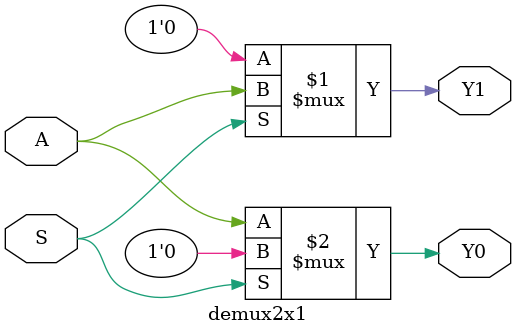
<source format=v>
module demux2x1 (
    input wire A, S,
    output wire Y0, Y1
);

assign Y1  = S ? A : 1'b0;
assign Y0  = S ? 1'b0 : A;
    
endmodule
</source>
